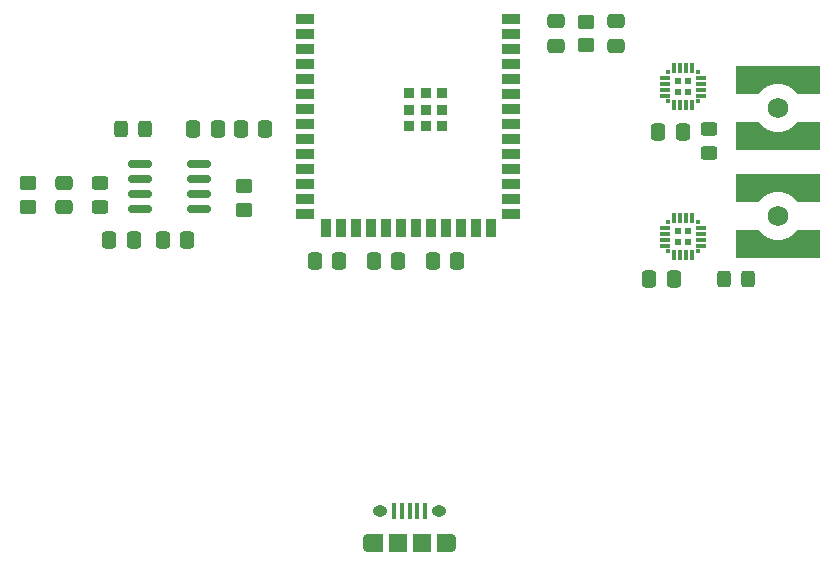
<source format=gbp>
G04 #@! TF.GenerationSoftware,KiCad,Pcbnew,(7.0.0)*
G04 #@! TF.CreationDate,2023-03-05T21:40:28-06:00*
G04 #@! TF.ProjectId,Phone_Audio_FM_Transmitter,50686f6e-655f-4417-9564-696f5f464d5f,1*
G04 #@! TF.SameCoordinates,Original*
G04 #@! TF.FileFunction,Paste,Bot*
G04 #@! TF.FilePolarity,Positive*
%FSLAX46Y46*%
G04 Gerber Fmt 4.6, Leading zero omitted, Abs format (unit mm)*
G04 Created by KiCad (PCBNEW (7.0.0)) date 2023-03-05 21:40:28*
%MOMM*%
%LPD*%
G01*
G04 APERTURE LIST*
G04 Aperture macros list*
%AMRoundRect*
0 Rectangle with rounded corners*
0 $1 Rounding radius*
0 $2 $3 $4 $5 $6 $7 $8 $9 X,Y pos of 4 corners*
0 Add a 4 corners polygon primitive as box body*
4,1,4,$2,$3,$4,$5,$6,$7,$8,$9,$2,$3,0*
0 Add four circle primitives for the rounded corners*
1,1,$1+$1,$2,$3*
1,1,$1+$1,$4,$5*
1,1,$1+$1,$6,$7*
1,1,$1+$1,$8,$9*
0 Add four rect primitives between the rounded corners*
20,1,$1+$1,$2,$3,$4,$5,0*
20,1,$1+$1,$4,$5,$6,$7,0*
20,1,$1+$1,$6,$7,$8,$9,0*
20,1,$1+$1,$8,$9,$2,$3,0*%
%AMFreePoly0*
4,1,25,3.555000,-1.595000,1.645000,-1.595000,1.500000,-1.420000,1.360000,-1.280000,1.205000,-1.155000,1.035000,-1.045000,0.860000,-0.950000,0.675000,-0.875000,0.480000,-0.820000,0.280000,-0.780000,0.085000,-0.765000,-0.085000,-0.765000,-0.280000,-0.780000,-0.480000,-0.820000,-0.675000,-0.875000,-0.860000,-0.950000,-1.035000,-1.045000,-1.205000,-1.155000,-1.360000,-1.280000,-1.500000,-1.420000,
-1.645000,-1.595000,-3.555000,-1.595000,-3.555000,0.755000,3.555000,0.755000,3.555000,-1.595000,3.555000,-1.595000,$1*%
G04 Aperture macros list end*
%ADD10RoundRect,0.250000X-0.475000X0.337500X-0.475000X-0.337500X0.475000X-0.337500X0.475000X0.337500X0*%
%ADD11RoundRect,0.250000X-0.337500X-0.475000X0.337500X-0.475000X0.337500X0.475000X-0.337500X0.475000X0*%
%ADD12RoundRect,0.250000X0.337500X0.475000X-0.337500X0.475000X-0.337500X-0.475000X0.337500X-0.475000X0*%
%ADD13RoundRect,0.250000X-0.450000X0.350000X-0.450000X-0.350000X0.450000X-0.350000X0.450000X0.350000X0*%
%ADD14RoundRect,0.250000X0.325000X0.450000X-0.325000X0.450000X-0.325000X-0.450000X0.325000X-0.450000X0*%
%ADD15RoundRect,0.250000X-0.450000X0.325000X-0.450000X-0.325000X0.450000X-0.325000X0.450000X0.325000X0*%
%ADD16O,0.890000X1.550000*%
%ADD17O,1.250000X0.950000*%
%ADD18R,0.400000X1.350000*%
%ADD19R,1.200000X1.550000*%
%ADD20R,1.500000X1.550000*%
%ADD21C,1.730000*%
%ADD22FreePoly0,180.000000*%
%ADD23FreePoly0,0.000000*%
%ADD24R,0.540000X0.540000*%
%ADD25R,0.300000X0.300000*%
%ADD26R,0.900000X0.300000*%
%ADD27R,0.300000X0.900000*%
%ADD28R,0.900000X0.900000*%
%ADD29R,1.500000X0.900000*%
%ADD30R,0.900000X1.500000*%
%ADD31RoundRect,0.250000X0.450000X-0.325000X0.450000X0.325000X-0.450000X0.325000X-0.450000X-0.325000X0*%
%ADD32RoundRect,0.250000X0.450000X-0.350000X0.450000X0.350000X-0.450000X0.350000X-0.450000X-0.350000X0*%
%ADD33RoundRect,0.150000X0.825000X0.150000X-0.825000X0.150000X-0.825000X-0.150000X0.825000X-0.150000X0*%
G04 APERTURE END LIST*
D10*
X172466000Y-59668500D03*
X172466000Y-61743500D03*
D11*
X151925000Y-80000000D03*
X154000000Y-80000000D03*
D12*
X131593500Y-78232000D03*
X129518500Y-78232000D03*
D13*
X140970000Y-73660000D03*
X140970000Y-75660000D03*
D10*
X125730000Y-73363000D03*
X125730000Y-75438000D03*
D14*
X183651000Y-81534000D03*
X181601000Y-81534000D03*
X132597000Y-68834000D03*
X130547000Y-68834000D03*
D15*
X128778000Y-73397000D03*
X128778000Y-75447000D03*
D16*
X158479999Y-103885999D03*
D17*
X157479999Y-101185999D03*
X152479999Y-101185999D03*
D16*
X151479999Y-103885999D03*
D18*
X156279999Y-101185999D03*
X155629999Y-101185999D03*
X154979999Y-101185999D03*
X154329999Y-101185999D03*
X153679999Y-101185999D03*
D19*
X157879999Y-103885999D03*
D20*
X155979999Y-103885999D03*
X153979999Y-103885999D03*
D19*
X152079999Y-103885999D03*
D11*
X156925000Y-80000000D03*
X159000000Y-80000000D03*
D21*
X186182000Y-67030000D03*
D22*
X186182000Y-69830000D03*
D23*
X186182000Y-64230000D03*
D10*
X167386000Y-59668500D03*
X167386000Y-61743500D03*
D12*
X177313500Y-81534000D03*
X175238500Y-81534000D03*
D24*
X178561999Y-78369999D03*
X178561999Y-77469999D03*
X177661999Y-78369999D03*
X177661999Y-77469999D03*
D25*
X179361999Y-76669999D03*
D26*
X179661999Y-77169999D03*
X179661999Y-77669999D03*
X179661999Y-78169999D03*
X179661999Y-78669999D03*
D25*
X179361999Y-79169999D03*
D27*
X178861999Y-79469999D03*
X178361999Y-79469999D03*
X177861999Y-79469999D03*
X177361999Y-79469999D03*
D25*
X176861999Y-79169999D03*
D26*
X176561999Y-78669999D03*
X176561999Y-78169999D03*
X176561999Y-77669999D03*
X176561999Y-77169999D03*
D25*
X176861999Y-76669999D03*
D27*
X177361999Y-76369999D03*
X177861999Y-76369999D03*
X178361999Y-76369999D03*
X178861999Y-76369999D03*
D12*
X149000000Y-80000000D03*
X146925000Y-80000000D03*
D28*
X157739999Y-68579999D03*
X157739999Y-67179999D03*
X157739999Y-65779999D03*
X156339999Y-68579999D03*
X156339999Y-67179999D03*
X156339999Y-65779999D03*
X154939999Y-68579999D03*
X154939999Y-67179999D03*
X154939999Y-65779999D03*
D29*
X163589999Y-59459999D03*
X163589999Y-60729999D03*
X163589999Y-61999999D03*
X163589999Y-63269999D03*
X163589999Y-64539999D03*
X163589999Y-65809999D03*
X163589999Y-67079999D03*
X163589999Y-68349999D03*
X163589999Y-69619999D03*
X163589999Y-70889999D03*
X163589999Y-72159999D03*
X163589999Y-73429999D03*
X163589999Y-74699999D03*
X163589999Y-75969999D03*
D30*
X161824999Y-77219999D03*
X160554999Y-77219999D03*
X159284999Y-77219999D03*
X158014999Y-77219999D03*
X156744999Y-77219999D03*
X155474999Y-77219999D03*
X154204999Y-77219999D03*
X152934999Y-77219999D03*
X151664999Y-77219999D03*
X150394999Y-77219999D03*
X149124999Y-77219999D03*
X147854999Y-77219999D03*
D29*
X146089999Y-75969999D03*
X146089999Y-74699999D03*
X146089999Y-73429999D03*
X146089999Y-72159999D03*
X146089999Y-70889999D03*
X146089999Y-69619999D03*
X146089999Y-68349999D03*
X146089999Y-67079999D03*
X146089999Y-65809999D03*
X146089999Y-64539999D03*
X146089999Y-63269999D03*
X146089999Y-61999999D03*
X146089999Y-60729999D03*
X146089999Y-59459999D03*
D12*
X136144000Y-78232000D03*
X134069000Y-78232000D03*
D31*
X180340000Y-70875000D03*
X180340000Y-68825000D03*
D32*
X122682000Y-75400500D03*
X122682000Y-73400500D03*
D11*
X140673000Y-68834000D03*
X142748000Y-68834000D03*
D12*
X138727000Y-68834000D03*
X136652000Y-68834000D03*
D13*
X169926000Y-59706000D03*
X169926000Y-61706000D03*
D21*
X186182000Y-76200000D03*
D22*
X186182000Y-79000000D03*
D23*
X186182000Y-73400000D03*
D12*
X178075500Y-69088000D03*
X176000500Y-69088000D03*
D33*
X137095000Y-71755000D03*
X137095000Y-73025000D03*
X137095000Y-74295000D03*
X137095000Y-75565000D03*
X132145000Y-75565000D03*
X132145000Y-74295000D03*
X132145000Y-73025000D03*
X132145000Y-71755000D03*
D24*
X178561999Y-65669999D03*
X178561999Y-64769999D03*
X177661999Y-65669999D03*
X177661999Y-64769999D03*
D25*
X179361999Y-63969999D03*
D26*
X179661999Y-64469999D03*
X179661999Y-64969999D03*
X179661999Y-65469999D03*
X179661999Y-65969999D03*
D25*
X179361999Y-66469999D03*
D27*
X178861999Y-66769999D03*
X178361999Y-66769999D03*
X177861999Y-66769999D03*
X177361999Y-66769999D03*
D25*
X176861999Y-66469999D03*
D26*
X176561999Y-65969999D03*
X176561999Y-65469999D03*
X176561999Y-64969999D03*
X176561999Y-64469999D03*
D25*
X176861999Y-63969999D03*
D27*
X177361999Y-63669999D03*
X177861999Y-63669999D03*
X178361999Y-63669999D03*
X178861999Y-63669999D03*
M02*

</source>
